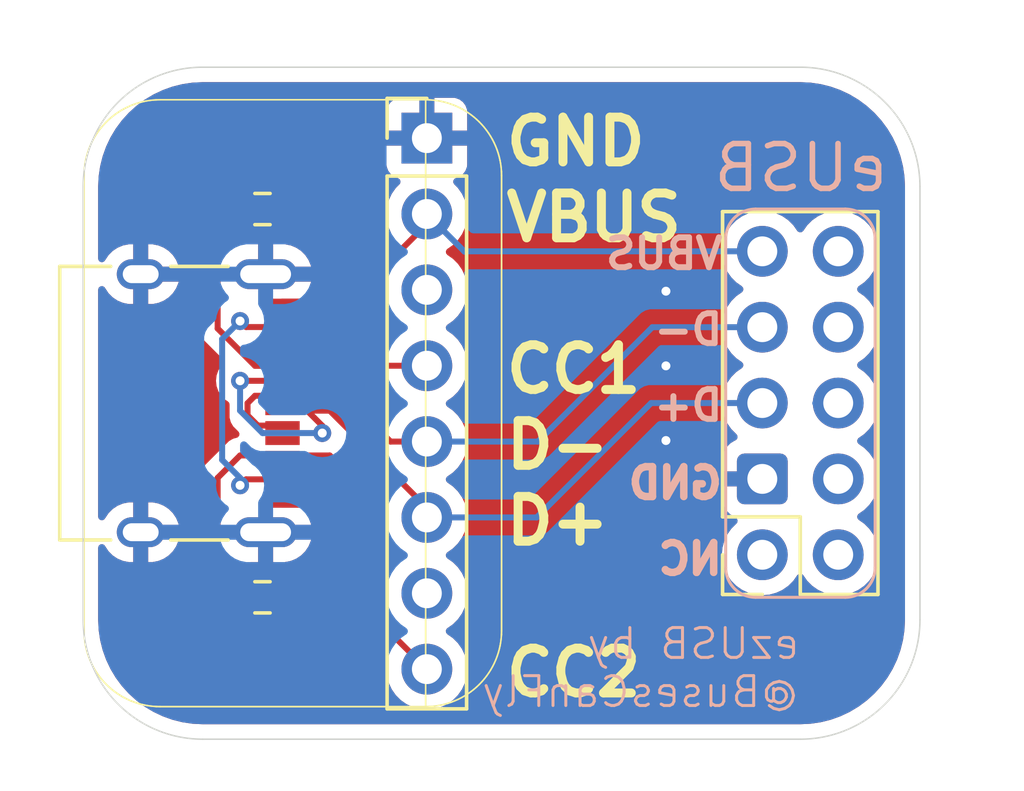
<source format=kicad_pcb>
(kicad_pcb (version 20240108) (generator "pcbnew") (generator_version "8.0")
  (layers (0 "F.Cu" signal) (31 "B.Cu" signal) (34 "B.Paste" user) (35 "F.Paste" user) (36 "B.SilkS" user "B.Silkscreen") (37 "F.SilkS" user "F.Silkscreen") (38 "B.Mask" user) (39 "F.Mask" user) (44 "Edge.Cuts" user))
  (net 0 "")
  (net 1 "GND")
  (net 2 "Vcc")
  (net 4 "D-")
  (net 5 "CC1")
  (net 6 "CC2")
  (net 7 "D+")
  (net 10 "unconnected-(J3-Pin_6-Pad6)")
  (footprint "Connector_PinHeader_2.54mm:PinHeader_1x08_P2.54mm_Vertical" (layer "F.Cu") (at 73 76.625)
    (property "Reference" "J4" (hide yes))
    (property "Value" "Adafruit USB-C Breakout")
    (fp_line (start -1.33 -1.33) (end 0 -1.33) (stroke (width 0.12)) (layer "F.SilkS"))
    (fp_line (start -1.33 0) (end -1.33 -1.33) (stroke (width 0.12)) (layer "F.SilkS"))
    (fp_line (start -1.33 1.27) (end -1.33 19.11) (stroke (width 0.12)) (layer "F.SilkS"))
    (fp_line (start -1.33 1.27) (end 1.33 1.27) (stroke (width 0.12)) (layer "F.SilkS"))
    (fp_line (start -1.33 19.11) (end 1.33 19.11) (stroke (width 0.12)) (layer "F.SilkS"))
    (fp_line (start 1.33 1.27) (end 1.33 19.11) (stroke (width 0.12)) (layer "F.SilkS"))
    (pad "1" thru_hole rect (at 0 0) (size 1.7 1.7) (drill 1) (layers "*.Cu" "*.Mask") (net 1 "GND"))
    (pad "2" thru_hole oval (at 0 2.54) (size 1.7 1.7) (drill 1) (layers "*.Cu" "*.Mask") (net 2 "Vcc"))
    (pad "3" thru_hole oval (at 0 5.08) (size 1.7 1.7) (drill 1) (layers "*.Cu" "*.Mask"))
    (pad "4" thru_hole oval (at 0 7.62) (size 1.7 1.7) (drill 1) (layers "*.Cu" "*.Mask") (net 5 "CC1"))
    (pad "5" thru_hole oval (at 0 10.16) (size 1.7 1.7) (drill 1) (layers "*.Cu" "*.Mask") (net 4 "D-"))
    (pad "6" thru_hole oval (at 0 12.7) (size 1.7 1.7) (drill 1) (layers "*.Cu" "*.Mask") (net 7 "D+"))
    (pad "7" thru_hole oval (at 0 15.24) (size 1.7 1.7) (drill 1) (layers "*.Cu" "*.Mask"))
    (pad "8" thru_hole oval (at 0 17.78) (size 1.7 1.7) (drill 1) (layers "*.Cu" "*.Mask") (net 6 "CC2"))
  )
  (footprint "Resistor_SMD:R_0603_1608Metric_Pad0.98x0.95mm_HandSolder" (layer "F.Cu") (at 67.5 92)
    (property "Reference" "R2" (hide yes))
    (property "Value" "5.11k")
    (fp_line (start -0.254724 -0.5225) (end 0.254724 -0.5225) (stroke (width 0.12)) (layer "F.SilkS"))
    (fp_line (start -0.254724 0.5225) (end 0.254724 0.5225) (stroke (width 0.12)) (layer "F.SilkS"))
    (pad "1" smd roundrect (at -0.9125 0) (size 0.975 0.95) (layers "F.Cu" "F.Paste" "F.Mask") (net 6 "CC2"))
    (pad "2" smd roundrect (at 0.9125 0) (size 0.975 0.95) (layers "F.Cu" "F.Paste" "F.Mask") (net 1 "GND"))
  )
  (footprint "Connector_USB:USB_C_Receptacle_XKB_U262-16XN-4BVC11" (layer "F.Cu") (at 64.5 85.5 -90)
    (property "Reference" "J2" (hide yes))
    (property "Value" "USB_C_Receptacle_USB2.0_16P")
    (fp_line (start -4.58 3.785) (end -4.58 2.08) (stroke (width 0.12)) (layer "F.SilkS"))
    (fp_line (start 4.58 3.785) (end -4.58 3.785) (stroke (width 0.12)) (layer "F.SilkS"))
    (fp_line (start 4.58 2.08) (end 4.58 3.785) (stroke (width 0.12)) (layer "F.SilkS"))
    (fp_line (start 4.58 0.07) (end 4.58 -1.85) (stroke (width 0.12)) (layer "F.SilkS"))
    (fp_line (start -4.58 -1.85) (end -4.58 0.07) (stroke (width 0.12)) (layer "F.SilkS"))
    (pad "A1" smd rect (at -3.35 -3.67 270) (size 0.3 1.15) (layers "F.Cu" "F.Paste" "F.Mask") (net 1 "GND"))
    (pad "A4" smd rect (at -2.55 -3.67 270) (size 0.3 1.15) (layers "F.Cu" "F.Paste" "F.Mask") (net 2 "Vcc"))
    (pad "A5" smd rect (at -1.25 -3.67 270) (size 0.3 1.15) (layers "F.Cu" "F.Paste" "F.Mask") (net 5 "CC1"))
    (pad "A6" smd rect (at -0.25 -3.67 270) (size 0.3 1.15) (layers "F.Cu" "F.Paste" "F.Mask") (net 4 "D-"))
    (pad "A7" smd rect (at 0.25 -3.67 270) (size 0.3 1.15) (layers "F.Cu" "F.Paste" "F.Mask") (net 7 "D+"))
    (pad "A8" smd rect (at 1.25 -3.67 270) (size 0.3 1.15) (layers "F.Cu" "F.Paste" "F.Mask"))
    (pad "A9" smd rect (at 2.55 -3.67 270) (size 0.3 1.15) (layers "F.Cu" "F.Paste" "F.Mask") (net 2 "Vcc"))
    (pad "A12" smd rect (at 3.35 -3.67 270) (size 0.3 1.15) (layers "F.Cu" "F.Paste" "F.Mask") (net 1 "GND"))
    (pad "B1" smd rect (at 3.05 -3.67 270) (size 0.3 1.15) (layers "F.Cu" "F.Paste" "F.Mask") (net 1 "GND"))
    (pad "B4" smd rect (at 2.25 -3.67 270) (size 0.3 1.15) (layers "F.Cu" "F.Paste" "F.Mask") (net 2 "Vcc"))
    (pad "B5" smd rect (at 1.75 -3.67 270) (size 0.3 1.15) (layers "F.Cu" "F.Paste" "F.Mask") (net 6 "CC2"))
    (pad "B6" smd rect (at 0.75 -3.67 270) (size 0.3 1.15) (layers "F.Cu" "F.Paste" "F.Mask") (net 4 "D-"))
    (pad "B7" smd rect (at -0.75 -3.67 270) (size 0.3 1.15) (layers "F.Cu" "F.Paste" "F.Mask") (net 7 "D+"))
    (pad "B8" smd rect (at -1.75 -3.67 270) (size 0.3 1.15) (layers "F.Cu" "F.Paste" "F.Mask"))
    (pad "B9" smd rect (at -2.25 -3.67 270) (size 0.3 1.15) (layers "F.Cu" "F.Paste" "F.Mask") (net 2 "Vcc"))
    (pad "B12" smd rect (at -3.05 -3.67 270) (size 0.3 1.15) (layers "F.Cu" "F.Paste" "F.Mask") (net 1 "GND"))
    (pad "S1" thru_hole oval (at -4.32 -3.105 270) (size 1 2.1) (drill oval 0.6 1.7) (layers "*.Cu" "*.Mask") (net 1 "GND"))
    (pad "S1" thru_hole oval (at -4.32 1.075 270) (size 1 1.6) (drill oval 0.6 1.2) (layers "*.Cu" "*.Mask") (net 1 "GND"))
    (pad "S1" thru_hole oval (at 4.32 -3.105 270) (size 1 2.1) (drill oval 0.6 1.7) (layers "*.Cu" "*.Mask") (net 1 "GND"))
    (pad "S1" thru_hole oval (at 4.32 1.075 270) (size 1 1.6) (drill oval 0.6 1.2) (layers "*.Cu" "*.Mask") (net 1 "GND"))
  )
  (footprint "Resistor_SMD:R_0603_1608Metric_Pad0.98x0.95mm_HandSolder" (layer "F.Cu") (at 67.5 79)
    (property "Reference" "R1" (hide yes))
    (property "Value" "5.11k")
    (fp_line (start -0.254724 -0.5225) (end 0.254724 -0.5225) (stroke (width 0.12)) (layer "F.SilkS"))
    (fp_line (start -0.254724 0.5225) (end 0.254724 0.5225) (stroke (width 0.12)) (layer "F.SilkS"))
    (pad "1" smd roundrect (at -0.9125 0) (size 0.975 0.95) (layers "F.Cu" "F.Paste" "F.Mask") (net 5 "CC1"))
    (pad "2" smd roundrect (at 0.9125 0) (size 0.975 0.95) (layers "F.Cu" "F.Paste" "F.Mask") (net 1 "GND"))
  )
  (footprint "Connector_PinHeader_2.54mm:PinHeader_2x05_P2.54mm_Vertical" (layer "F.Cu") (at 84.225 80.415)
    (property "Reference" "J3" (hide yes))
    (property "Value" "eUSB_Legacy_5V")
    (fp_line (start -1.33 -1.33) (end 3.87 -1.33) (stroke (width 0.12)) (layer "F.SilkS"))
    (fp_line (start -1.33 8.89) (end -1.33 -1.33) (stroke (width 0.12)) (layer "F.SilkS"))
    (fp_line (start -1.33 8.89) (end 1.27 8.89) (stroke (width 0.12)) (layer "F.SilkS"))
    (fp_line (start -1.33 10.16) (end -1.33 11.49) (stroke (width 0.12)) (layer "F.SilkS"))
    (fp_line (start -1.33 11.49) (end 0 11.49) (stroke (width 0.12)) (layer "F.SilkS"))
    (fp_line (start 1.27 8.89) (end 1.27 11.49) (stroke (width 0.12)) (layer "F.SilkS"))
    (fp_line (start 1.27 11.49) (end 3.87 11.49) (stroke (width 0.12)) (layer "F.SilkS"))
    (fp_line (start 3.87 11.49) (end 3.87 -1.33) (stroke (width 0.12)) (layer "F.SilkS"))
    (pad "1" thru_hole circle (at 0 0) (size 1.7 1.7) (drill 1) (layers "*.Cu" "*.Mask") (net 2 "Vcc"))
    (pad "2" thru_hole oval (at 2.54 0) (size 1.7 1.7) (drill 1) (layers "*.Cu" "*.Mask"))
    (pad "3" thru_hole oval (at 0 2.54) (size 1.7 1.7) (drill 1) (layers "*.Cu" "*.Mask") (net 4 "D-"))
    (pad "4" thru_hole oval (at 2.54 2.54) (size 1.7 1.7) (drill 1) (layers "*.Cu" "*.Mask"))
    (pad "5" thru_hole oval (at 0 5.08) (size 1.7 1.7) (drill 1) (layers "*.Cu" "*.Mask") (net 7 "D+"))
    (pad "6" thru_hole oval (at 2.54 5.08) (size 1.7 1.7) (drill 1) (layers "*.Cu" "*.Mask") (net 10 "unconnected-(J3-Pin_6-Pad6)"))
    (pad "7" thru_hole roundrect (at 0 7.62) (size 1.7 1.7) (drill 1) (layers "*.Cu" "*.Mask") (roundrect_rratio 0.1470588235) (net 1 "GND"))
    (pad "8" thru_hole oval (at 2.54 7.62) (size 1.7 1.7) (drill 1) (layers "*.Cu" "*.Mask"))
    (pad "9" thru_hole circle (at 0 10.16) (size 1.7 1.7) (drill 1) (layers "*.Cu" "*.Mask"))
    (pad "10" thru_hole oval (at 2.54 10.16) (size 1.7 1.7) (drill 1) (layers "*.Cu" "*.Mask"))
  )
  (gr_arc (start 87 79) (mid 87.707107 79.292893) (end 88 80) (stroke (width 0.1)) (layer "B.SilkS"))
  (gr_line (start 84 79) (end 87 79) (stroke (width 0.1)) (layer "B.SilkS"))
  (gr_arc (start 88 91) (mid 87.707107 91.707107) (end 87 92) (stroke (width 0.1)) (layer "B.SilkS"))
  (gr_line (start 88 80) (end 88 91) (stroke (width 0.1)) (layer "B.SilkS"))
  (gr_arc (start 84 92) (mid 83.292893 91.707107) (end 83 91) (stroke (width 0.1)) (layer "B.SilkS"))
  (gr_line (start 83 91) (end 83 80) (stroke (width 0.1)) (layer "B.SilkS"))
  (gr_line (start 87 92) (end 84 92) (stroke (width 0.1)) (layer "B.SilkS"))
  (gr_arc (start 83 80) (mid 83.292893 79.292893) (end 84 79) (stroke (width 0.1)) (layer "B.SilkS"))
  (gr_line (start 63.818953 95.64757) (end 63.94405 95.656877) (stroke (width 0.049999) (color 200 163 57 1)) (layer "F.SilkS"))
  (gr_line (start 73.346817 75.369266) (end 73.2197 75.353113) (stroke (width 0.049999) (color 200 163 57 1)) (layer "F.SilkS"))
  (gr_line (start 73.579126 95.583395) (end 73.698721 95.550207) (stroke (width 0.049999) (color 200 163 57 1)) (layer "F.SilkS"))
  (gr_line (start 61.533306 77.749291) (end 61.530001 77.879999) (stroke (width 0.049999) (color 200 163 57 1)) (layer "F.SilkS"))
  (gr_line (start 62.460256 95.084779) (end 62.558855 95.16159) (stroke (width 0.049999) (color 200 163 57 1)) (layer "F.SilkS"))
  (gr_line (start 73.085951 95.656877) (end 73.211048 95.64757) (stroke (width 0.049999) (color 200 163 57 1)) (layer "F.SilkS"))
  (gr_line (start 61.579257 93.617843) (end 61.606605 93.739125) (stroke (width 0.049999) (color 200 163 57 1)) (layer "F.SilkS"))
  (gr_line (start 61.956751 94.529192) (end 62.02841 94.631145) (stroke (width 0.049999) (color 200 163 57 1)) (layer "F.SilkS"))
  (gr_line (start 74.380138 75.773792) (end 74.277082 75.707724) (stroke (width 0.049999) (color 200 163 57 1)) (layer "F.SilkS"))
  (gr_line (start 74.569745 95.084779) (end 74.664783 95.002904) (stroke (width 0.049999) (color 200 163 57 1)) (layer "F.SilkS"))
  (gr_line (start 62.362163 75.999845) (end 62.27395 76.083948) (stroke (width 0.049999) (color 200 163 57 1)) (layer "F.SilkS"))
  (gr_line (start 61.543115 77.620298) (end 61.533306 77.749291) (stroke (width 0.049999) (color 200 163 57 1)) (layer "F.SilkS"))
  (gr_line (start 62.27395 76.083948) (end 62.189847 76.172161) (stroke (width 0.049999) (color 200 163 57 1)) (layer "F.SilkS"))
  (gr_line (start 75.448396 77.368101) (end 75.420034 77.245214) (stroke (width 0.049999) (color 200 163 57 1)) (layer "F.SilkS"))
  (gr_line (start 61.836566 76.669284) (end 61.780473 76.778804) (stroke (width 0.049999) (color 200 163 57 1)) (layer "F.SilkS"))
  (gr_line (start 74.061194 75.590471) (end 73.948682 75.539605) (stroke (width 0.049999) (color 200 163 57 1)) (layer "F.SilkS"))
  (gr_line (start 75.487571 93.371047) (end 75.496878 93.245951) (stroke (width 0.049999) (color 200 163 57 1)) (layer "F.SilkS"))
  (gr_line (start 62.859286 75.646564) (end 62.752919 75.707724) (stroke (width 0.049999) (color 200 163 57 1)) (layer "F.SilkS"))
  (gr_line (start 75.300394 76.891317) (end 75.249528 76.778804) (stroke (width 0.049999) (color 200 163 57 1)) (layer "F.SilkS"))
  (gr_line (start 62.02841 94.631145) (end 62.105221 94.729744) (stroke (width 0.049999) (color 200 163 57 1)) (layer "F.SilkS"))
  (gr_line (start 61.530001 93.119999) (end 61.530001 77.880001) (stroke (width 0.049999) (color 200 163 57 1)) (layer "F.SilkS"))
  (gr_line (start 63.21358 95.511264) (end 63.33128 95.550207) (stroke (width 0.049999) (color 200 163 57 1)) (layer "F.SilkS"))
  (gr_line (start 62.105221 94.729744) (end 62.187096 94.824782) (stroke (width 0.049999) (color 200 163 57 1)) (layer "F.SilkS"))
  (gr_line (start 75.066207 76.459861) (end 74.995391 76.360277) (stroke (width 0.049999) (color 200 163 57 1)) (layer "F.SilkS"))
  (gr_line (start 75.066207 76.459861) (end 74.995391 76.360277) (stroke (width 0.049999) (color 200 163 57 1)) (layer "F.SilkS"))
  (gr_line (start 63.683184 75.369268) (end 63.558102 75.391605) (stroke (width 0.049999) (color 200 163 57 1)) (layer "F.SilkS"))
  (gr_line (start 75.25646 94.205298) (end 75.306654 94.092015) (stroke (width 0.049999) (color 200 163 57 1)) (layer "F.SilkS"))
  (gr_line (start 62.110014 76.264323) (end 62.034609 76.360277) (stroke (width 0.049999) (color 200 163 57 1)) (layer "F.SilkS"))
  (gr_line (start 74.664783 95.002904) (end 74.756051 94.91605) (stroke (width 0.049999) (color 200 163 57 1)) (layer "F.SilkS"))
  (gr_line (start 64.070001 75.340002) (end 72.96 75.340002) (stroke (width 0.049999) (color 200 163 57 1)) (layer "F.SilkS"))
  (gr_line (start 74.264096 95.299672) (end 74.369193 95.233249) (stroke (width 0.049999) (color 200 163 57 1)) (layer "F.SilkS"))
  (gr_line (start 61.729607 76.891316) (end 61.684128 77.006662) (stroke (width 0.049999) (color 200 163 57 1)) (layer "F.SilkS"))
  (gr_line (start 73.211048 95.64757) (end 73.335081 95.632163) (stroke (width 0.049999) (color 200 163 57 1)) (layer "F.SilkS"))
  (gr_line (start 73.948682 75.539605) (end 73.833337 75.494126) (stroke (width 0.049999) (color 200 163 57 1)) (layer "F.SilkS"))
  (gr_line (start 75.486886 77.6203) (end 75.470733 77.493183) (stroke (width 0.049999) (color 200 163 57 1)) (layer "F.SilkS"))
  (gr_line (start 61.559268 77.493182) (end 61.543115 77.620298) (stroke (width 0.049999) (color 200 163 57 1)) (layer "F.SilkS"))
  (gr_line (start 75.470733 77.493183) (end 75.448396 77.368101) (stroke (width 0.049999) (color 200 163 57 1)) (layer "F.SilkS"))
  (gr_line (start 75.390208 93.85872) (end 75.423396 93.739125) (stroke (width 0.049999) (color 200 163 57 1)) (layer "F.SilkS"))
  (gr_line (start 73.594785 75.419966) (end 73.471898 75.391603) (stroke (width 0.049999) (color 200 163 57 1)) (layer "F.SilkS"))
  (gr_line (start 62.649863 75.773792) (end 62.550279 75.844608) (stroke (width 0.049999) (color 200 163 57 1)) (layer "F.SilkS"))
  (gr_line (start 75.139672 94.424095) (end 75.200771 94.316061) (stroke (width 0.049999) (color 200 163 57 1)) (layer "F.SilkS"))
  (gr_line (start 72.96 95.659999) (end 64.070001 95.659999) (stroke (width 0.049999) (color 200 163 57 1)) (layer "F.SilkS"))
  (gr_line (start 61.579257 93.617843) (end 61.606605 93.739125) (stroke (width 0.049999) (color 200 163 57 1)) (layer "F.SilkS"))
  (gr_line (start 63.572158 95.610743) (end 63.69492 95.632163) (stroke (width 0.049999) (color 200 163 57 1)) (layer "F.SilkS"))
  (gr_line (start 62.187096 94.824782) (end 62.27395 94.91605) (stroke (width 0.049999) (color 200 163 57 1)) (layer "F.SilkS"))
  (gr_line (start 61.543115 77.620298) (end 61.533306 77.749291) (stroke (width 0.049999) (color 200 163 57 1)) (layer "F.SilkS"))
  (gr_line (start 72.96 95.659999) (end 72.96 75.340002) (stroke (width 0.049999) (color 200 163 57 1)) (layer "F.SilkS"))
  (gr_line (start 75.496878 93.245951) (end 75.5 93.119999) (stroke (width 0.049999) (color 200 163 57 1)) (layer "F.SilkS"))
  (gr_line (start 61.77354 94.205298) (end 61.82923 94.316061) (stroke (width 0.049999) (color 200 163 57 1)) (layer "F.SilkS"))
  (gr_line (start 75.385806 77.124681) (end 75.345873 77.006662) (stroke (width 0.049999) (color 200 163 57 1)) (layer "F.SilkS"))
  (gr_line (start 72.96 95.659999) (end 72.96 75.340002) (stroke (width 0.049999) (color 200 163 57 1)) (layer "F.SilkS"))
  (gr_line (start 74.919987 76.264324) (end 74.840153 76.172161) (stroke (width 0.049999) (color 200 163 57 1)) (layer "F.SilkS"))
  (gr_line (start 61.644195 77.12468) (end 61.609967 77.245213) (stroke (width 0.049999) (color 200 163 57 1)) (layer "F.SilkS"))
  (gr_line (start 73.346817 75.369266) (end 73.2197 75.353113) (stroke (width 0.049999) (color 200 163 57 1)) (layer "F.SilkS"))
  (gr_line (start 62.558855 95.16159) (end 62.660808 95.233249) (stroke (width 0.049999) (color 200 163 57 1)) (layer "F.SilkS"))
  (gr_line (start 73.816421 95.511264) (end 73.932016 95.466653) (stroke (width 0.049999) (color 200 163 57 1)) (layer "F.SilkS"))
  (gr_line (start 62.984702 95.41646) (end 63.097985 95.466653) (stroke (width 0.049999) (color 200 163 57 1)) (layer "F.SilkS"))
  (gr_line (start 75.25646 94.205298) (end 75.306654 94.092015) (stroke (width 0.049999) (color 200 163 57 1)) (layer "F.SilkS"))
  (gr_line (start 75.139672 94.424095) (end 75.200771 94.316061) (stroke (width 0.049999) (color 200 163 57 1)) (layer "F.SilkS"))
  (gr_line (start 61.963794 76.459861) (end 61.897726 76.562917) (stroke (width 0.049999) (color 200 163 57 1)) (layer "F.SilkS"))
  (gr_line (start 73.085951 95.656877) (end 73.211048 95.64757) (stroke (width 0.049999) (color 200 163 57 1)) (layer "F.SilkS"))
  (gr_line (start 73.833337 75.494126) (end 73.715318 75.454193) (stroke (width 0.049999) (color 200 163 57 1)) (layer "F.SilkS"))
  (gr_line (start 62.460256 95.084779) (end 62.558855 95.16159) (stroke (width 0.049999) (color 200 163 57 1)) (layer "F.SilkS"))
  (gr_line (start 63.314683 75.454194) (end 63.196664 75.494127) (stroke (width 0.049999) (color 200 163 57 1)) (layer "F.SilkS"))
  (gr_line (start 61.639793 93.85872) (end 61.678736 93.97642) (stroke (width 0.049999) (color 200 163 57 1)) (layer "F.SilkS"))
  (gr_line (start 75.450744 93.617843) (end 75.472164 93.49508) (stroke (width 0.049999) (color 200 163 57 1)) (layer "F.SilkS"))
  (gr_line (start 62.187096 94.824782) (end 62.27395 94.91605) (stroke (width 0.049999) (color 200 163 57 1)) (layer "F.SilkS"))
  (gr_line (start 74.045299 95.41646) (end 74.156062 95.36077) (stroke (width 0.049999) (color 200 163 57 1)) (layer "F.SilkS"))
  (gr_line (start 61.54243 93.371047) (end 61.557837 93.49508) (stroke (width 0.049999) (color 200 163 57 1)) (layer "F.SilkS"))
  (gr_line (start 61.609967 77.245213) (end 61.581605 77.3681) (stroke (width 0.049999) (color 200 163 57 1)) (layer "F.SilkS"))
  (gr_line (start 61.723347 94.092015) (end 61.77354 94.205298) (stroke (width 0.049999) (color 200 163 57 1)) (layer "F.SilkS"))
  (gr_line (start 63.558102 75.391605) (end 63.435216 75.419967) (stroke (width 0.049999) (color 200 163 57 1)) (layer "F.SilkS"))
  (gr_line (start 74.277082 75.707724) (end 74.170714 75.646564) (stroke (width 0.049999) (color 200 163 57 1)) (layer "F.SilkS"))
  (gr_line (start 75.07325 94.529192) (end 75.139672 94.424095) (stroke (width 0.049999) (color 200 163 57 1)) (layer "F.SilkS"))
  (gr_line (start 73.948682 75.539605) (end 73.833337 75.494126) (stroke (width 0.049999) (color 200 163 57 1)) (layer "F.SilkS"))
  (gr_line (start 75.420034 77.245214) (end 75.385806 77.124681) (stroke (width 0.049999) (color 200 163 57 1)) (layer "F.SilkS"))
  (gr_line (start 62.558855 95.16159) (end 62.660808 95.233249) (stroke (width 0.049999) (color 200 163 57 1)) (layer "F.SilkS"))
  (gr_line (start 73.335081 95.632163) (end 73.457843 95.610743) (stroke (width 0.049999) (color 200 163 57 1)) (layer "F.SilkS"))
  (gr_line (start 73.090708 75.343305) (end 72.96 75.34) (stroke (width 0.049999) (color 200 163 57 1)) (layer "F.SilkS"))
  (gr_line (start 63.21358 95.511264) (end 63.33128 95.550207) (stroke (width 0.049999) (color 200 163 57 1)) (layer "F.SilkS"))
  (gr_line (start 62.27395 94.91605) (end 62.365218 95.002904) (stroke (width 0.049999) (color 200 163 57 1)) (layer "F.SilkS"))
  (gr_line (start 61.780473 76.778804) (end 61.729607 76.891316) (stroke (width 0.049999) (color 200 163 57 1)) (layer "F.SilkS"))
  (gr_line (start 73.715318 75.454193) (end 73.594785 75.419966) (stroke (width 0.049999) (color 200 163 57 1)) (layer "F.SilkS"))
  (gr_line (start 75.345873 77.006662) (end 75.300394 76.891317) (stroke (width 0.049999) (color 200 163 57 1)) (layer "F.SilkS"))
  (gr_line (start 63.939293 75.343306) (end 63.810301 75.353115) (stroke (width 0.049999) (color 200 163 57 1)) (layer "F.SilkS"))
  (gr_line (start 75.420034 77.245214) (end 75.385806 77.124681) (stroke (width 0.049999) (color 200 163 57 1)) (layer "F.SilkS"))
  (gr_line (start 63.314683 75.454194) (end 63.196664 75.494127) (stroke (width 0.049999) (color 200 163 57 1)) (layer "F.SilkS"))
  (gr_line (start 74.756051 76.083948) (end 74.667838 75.999845) (stroke (width 0.049999) (color 200 163 57 1)) (layer "F.SilkS"))
  (gr_line (start 74.156062 95.36077) (end 74.264096 95.299672) (stroke (width 0.049999) (color 200 163 57 1)) (layer "F.SilkS"))
  (gr_line (start 74.369193 95.233249) (end 74.471146 95.16159) (stroke (width 0.049999) (color 200 163 57 1)) (layer "F.SilkS"))
  (gr_line (start 73.579126 95.583395) (end 73.698721 95.550207) (stroke (width 0.049999) (color 200 163 57 1)) (layer "F.SilkS"))
  (gr_line (start 63.33128 95.550207) (end 63.450875 95.583395) (stroke (width 0.049999) (color 200 163 57 1)) (layer "F.SilkS"))
  (gr_line (start 73.816421 95.511264) (end 73.932016 95.466653) (stroke (width 0.049999) (color 200 163 57 1)) (layer "F.SilkS"))
  (gr_line (start 63.94405 95.656877) (end 64.070001 95.659999) (stroke (width 0.049999) (color 200 163 57 1)) (layer "F.SilkS"))
  (gr_line (start 62.968806 75.590472) (end 62.859286 75.646564) (stroke (width 0.049999) (color 200 163 57 1)) (layer "F.SilkS"))
  (gr_line (start 61.644195 77.12468) (end 61.609967 77.245213) (stroke (width 0.049999) (color 200 163 57 1)) (layer "F.SilkS"))
  (gr_line (start 61.533123 93.245951) (end 61.54243 93.371047) (stroke (width 0.049999) (color 200 163 57 1)) (layer "F.SilkS"))
  (gr_line (start 61.780473 76.778804) (end 61.729607 76.891316) (stroke (width 0.049999) (color 200 163 57 1)) (layer "F.SilkS"))
  (gr_line (start 75.390208 93.85872) (end 75.423396 93.739125) (stroke (width 0.049999) (color 200 163 57 1)) (layer "F.SilkS"))
  (gr_line (start 62.365218 95.002904) (end 62.460256 95.084779) (stroke (width 0.049999) (color 200 163 57 1)) (layer "F.SilkS"))
  (gr_line (start 63.097985 95.466653) (end 63.21358 95.511264) (stroke (width 0.049999) (color 200 163 57 1)) (layer "F.SilkS"))
  (gr_line (start 73.594785 75.419966) (end 73.471898 75.391603) (stroke (width 0.049999) (color 200 163 57 1)) (layer "F.SilkS"))
  (gr_line (start 74.479722 75.844607) (end 74.380138 75.773792) (stroke (width 0.049999) (color 200 163 57 1)) (layer "F.SilkS"))
  (gr_line (start 74.919987 76.264324) (end 74.840153 76.172161) (stroke (width 0.049999) (color 200 163 57 1)) (layer "F.SilkS"))
  (gr_line (start 75.00159 94.631145) (end 75.07325 94.529192) (stroke (width 0.049999) (color 200 163 57 1)) (layer "F.SilkS"))
  (gr_line (start 75.200771 94.316061) (end 75.25646 94.205298) (stroke (width 0.049999) (color 200 163 57 1)) (layer "F.SilkS"))
  (gr_line (start 61.897726 76.562917) (end 61.836566 76.669284) (stroke (width 0.049999) (color 200 163 57 1)) (layer "F.SilkS"))
  (gr_line (start 62.454326 75.920012) (end 62.362163 75.999845) (stroke (width 0.049999) (color 200 163 57 1)) (layer "F.SilkS"))
  (gr_line (start 62.189847 76.172161) (end 62.110014 76.264323) (stroke (width 0.049999) (color 200 163 57 1)) (layer "F.SilkS"))
  (gr_line (start 62.27395 76.083948) (end 62.189847 76.172161) (stroke (width 0.049999) (color 200 163 57 1)) (layer "F.SilkS"))
  (gr_line (start 62.660808 95.233249) (end 62.765905 95.299671) (stroke (width 0.049999) (color 200 163 57 1)) (layer "F.SilkS"))
  (gr_line (start 62.110014 76.264323) (end 62.034609 76.360277) (stroke (width 0.049999) (color 200 163 57 1)) (layer "F.SilkS"))
  (gr_line (start 74.471146 95.16159) (end 74.569745 95.084779) (stroke (width 0.049999) (color 200 163 57 1)) (layer "F.SilkS"))
  (gr_line (start 75.423396 93.739125) (end 75.450744 93.617843) (stroke (width 0.049999) (color 200 163 57 1)) (layer "F.SilkS"))
  (gr_line (start 63.572158 95.610743) (end 63.69492 95.632163) (stroke (width 0.049999) (color 200 163 57 1)) (layer "F.SilkS"))
  (gr_line (start 61.956751 94.529192) (end 62.02841 94.631145) (stroke (width 0.049999) (color 200 163 57 1)) (layer "F.SilkS"))
  (gr_line (start 75.351265 93.97642) (end 75.390208 93.85872) (stroke (width 0.049999) (color 200 163 57 1)) (layer "F.SilkS"))
  (gr_line (start 61.533306 77.749291) (end 61.530001 77.879999) (stroke (width 0.049999) (color 200 163 57 1)) (layer "F.SilkS"))
  (gr_line (start 75.385806 77.124681) (end 75.345873 77.006662) (stroke (width 0.049999) (color 200 163 57 1)) (layer "F.SilkS"))
  (gr_line (start 73.2197 75.353113) (end 73.090708 75.343305) (stroke (width 0.049999) (color 200 163 57 1)) (layer "F.SilkS"))
  (gr_line (start 62.365218 95.002904) (end 62.460256 95.084779) (stroke (width 0.049999) (color 200 163 57 1)) (layer "F.SilkS"))
  (gr_line (start 73.932016 95.466653) (end 74.045299 95.41646) (stroke (width 0.049999) (color 200 163 57 1)) (layer "F.SilkS"))
  (gr_line (start 61.836566 76.669284) (end 61.780473 76.778804) (stroke (width 0.049999) (color 200 163 57 1)) (layer "F.SilkS"))
  (gr_line (start 64.070001 75.340002) (end 63.939293 75.343306) (stroke (width 0.049999) (color 200 163 57 1)) (layer "F.SilkS"))
  (gr_line (start 62.649863 75.773792) (end 62.550279 75.844608) (stroke (width 0.049999) (color 200 163 57 1)) (layer "F.SilkS"))
  (gr_line (start 75.496695 77.749292) (end 75.486886 77.6203) (stroke (width 0.049999) (color 200 163 57 1)) (layer "F.SilkS"))
  (gr_line (start 74.277082 75.707724) (end 74.170714 75.646564) (stroke (width 0.049999) (color 200 163 57 1)) (layer "F.SilkS"))
  (gr_line (start 61.729607 76.891316) (end 61.684128 77.006662) (stroke (width 0.049999) (color 200 163 57 1)) (layer "F.SilkS"))
  (gr_line (start 63.33128 95.550207) (end 63.450875 95.583395) (stroke (width 0.049999) (color 200 163 57 1)) (layer "F.SilkS"))
  (gr_line (start 75.470733 77.493183) (end 75.448396 77.368101) (stroke (width 0.049999) (color 200 163 57 1)) (layer "F.SilkS"))
  (gr_line (start 61.639793 93.85872) (end 61.678736 93.97642) (stroke (width 0.049999) (color 200 163 57 1)) (layer "F.SilkS"))
  (gr_line (start 75.472164 93.49508) (end 75.487571 93.371047) (stroke (width 0.049999) (color 200 163 57 1)) (layer "F.SilkS"))
  (gr_line (start 62.550279 75.844608) (end 62.454326 75.920012) (stroke (width 0.049999) (color 200 163 57 1)) (layer "F.SilkS"))
  (gr_line (start 62.984702 95.41646) (end 63.097985 95.466653) (stroke (width 0.049999) (color 200 163 57 1)) (layer "F.SilkS"))
  (gr_line (start 63.450875 95.583395) (end 63.572158 95.610743) (stroke (width 0.049999) (color 200 163 57 1)) (layer "F.SilkS"))
  (gr_line (start 75.5 77.880001) (end 75.496695 77.749292) (stroke (width 0.049999) (color 200 163 57 1)) (layer "F.SilkS"))
  (gr_line (start 63.081319 75.539606) (end 62.968806 75.590472) (stroke (width 0.049999) (color 200 163 57 1)) (layer "F.SilkS"))
  (gr_line (start 75.07325 94.529192) (end 75.139672 94.424095) (stroke (width 0.049999) (color 200 163 57 1)) (layer "F.SilkS"))
  (gr_line (start 63.94405 95.656877) (end 64.070001 95.659999) (stroke (width 0.049999) (color 200 163 57 1)) (layer "F.SilkS"))
  (gr_line (start 62.752919 75.707724) (end 62.649863 75.773792) (stroke (width 0.049999) (color 200 163 57 1)) (layer "F.SilkS"))
  (gr_line (start 61.559268 77.493182) (end 61.543115 77.620298) (stroke (width 0.049999) (color 200 163 57 1)) (layer "F.SilkS"))
  (gr_line (start 74.995391 76.360277) (end 74.919987 76.264324) (stroke (width 0.049999) (color 200 163 57 1)) (layer "F.SilkS"))
  (gr_line (start 74.667838 75.999845) (end 74.575675 75.920012) (stroke (width 0.049999) (color 200 163 57 1)) (layer "F.SilkS"))
  (gr_line (start 63.683184 75.369268) (end 63.558102 75.391605) (stroke (width 0.049999) (color 200 163 57 1)) (layer "F.SilkS"))
  (gr_line (start 73.090708 75.343305) (end 72.96 75.34) (stroke (width 0.049999) (color 200 163 57 1)) (layer "F.SilkS"))
  (gr_line (start 63.810301 75.353115) (end 63.683184 75.369268) (stroke (width 0.049999) (color 200 163 57 1)) (layer "F.SilkS"))
  (gr_line (start 62.859286 75.646564) (end 62.752919 75.707724) (stroke (width 0.049999) (color 200 163 57 1)) (layer "F.SilkS"))
  (gr_line (start 63.081319 75.539606) (end 62.968806 75.590472) (stroke (width 0.049999) (color 200 163 57 1)) (layer "F.SilkS"))
  (gr_line (start 63.196664 75.494127) (end 63.081319 75.539606) (stroke (width 0.049999) (color 200 163 57 1)) (layer "F.SilkS"))
  (gr_line (start 73.2197 75.353113) (end 73.090708 75.343305) (stroke (width 0.049999) (color 200 163 57 1)) (layer "F.SilkS"))
  (gr_line (start 63.435216 75.419967) (end 63.314683 75.454194) (stroke (width 0.049999) (color 200 163 57 1)) (layer "F.SilkS"))
  (gr_line (start 62.660808 95.233249) (end 62.765905 95.299671) (stroke (width 0.049999) (color 200 163 57 1)) (layer "F.SilkS"))
  (gr_line (start 63.810301 75.353115) (end 63.683184 75.369268) (stroke (width 0.049999) (color 200 163 57 1)) (layer "F.SilkS"))
  (gr_line (start 75.5 77.880001) (end 75.496695 77.749292) (stroke (width 0.049999) (color 200 163 57 1)) (layer "F.SilkS"))
  (gr_line (start 74.170714 75.646564) (end 74.061194 75.590471) (stroke (width 0.049999) (color 200 163 57 1)) (layer "F.SilkS"))
  (gr_line (start 75.486886 77.6203) (end 75.470733 77.493183) (stroke (width 0.049999) (color 200 163 57 1)) (layer "F.SilkS"))
  (gr_line (start 74.840153 76.172161) (end 74.756051 76.083948) (stroke (width 0.049999) (color 200 163 57 1)) (layer "F.SilkS"))
  (gr_line (start 74.667838 75.999845) (end 74.575675 75.920012) (stroke (width 0.049999) (color 200 163 57 1)) (layer "F.SilkS"))
  (gr_line (start 61.530001 93.119999) (end 61.530001 77.880001) (stroke (width 0.049999) (color 200 163 57 1)) (layer "F.SilkS"))
  (gr_line (start 62.765905 95.299671) (end 62.873939 95.36077) (stroke (width 0.049999) (color 200 163 57 1)) (layer "F.SilkS"))
  (gr_line (start 62.550279 75.844608) (end 62.454326 75.920012) (stroke (width 0.049999) (color 200 163 57 1)) (layer "F.SilkS"))
  (gr_line (start 62.034609 76.360277) (end 61.963794 76.459861) (stroke (width 0.049999) (color 200 163 57 1)) (layer "F.SilkS"))
  (gr_line (start 61.557837 93.49508) (end 61.579257 93.617843) (stroke (width 0.049999) (color 200 163 57 1)) (layer "F.SilkS"))
  (gr_line (start 73.833337 75.494126) (end 73.715318 75.454193) (stroke (width 0.049999) (color 200 163 57 1)) (layer "F.SilkS"))
  (gr_line (start 73.471898 75.391603) (end 73.346817 75.369266) (stroke (width 0.049999) (color 200 163 57 1)) (layer "F.SilkS"))
  (gr_line (start 73.932016 95.466653) (end 74.045299 95.41646) (stroke (width 0.049999) (color 200 163 57 1)) (layer "F.SilkS"))
  (gr_line (start 73.335081 95.632163) (end 73.457843 95.610743) (stroke (width 0.049999) (color 200 163 57 1)) (layer "F.SilkS"))
  (gr_line (start 75.306654 94.092015) (end 75.351265 93.97642) (stroke (width 0.049999) (color 200 163 57 1)) (layer "F.SilkS"))
  (gr_line (start 61.684128 77.006662) (end 61.644195 77.12468) (stroke (width 0.049999) (color 200 163 57 1)) (layer "F.SilkS"))
  (gr_line (start 74.756051 94.91605) (end 74.842905 94.824782) (stroke (width 0.049999) (color 200 163 57 1)) (layer "F.SilkS"))
  (gr_line (start 74.264096 95.299672) (end 74.369193 95.233249) (stroke (width 0.049999) (color 200 163 57 1)) (layer "F.SilkS"))
  (gr_line (start 62.454326 75.920012) (end 62.362163 75.999845) (stroke (width 0.049999) (color 200 163 57 1)) (layer "F.SilkS"))
  (gr_line (start 61.890329 94.424095) (end 61.956751 94.529192) (stroke (width 0.049999) (color 200 163 57 1)) (layer "F.SilkS"))
  (gr_line (start 62.105221 94.729744) (end 62.187096 94.824782) (stroke (width 0.049999) (color 200 163 57 1)) (layer "F.SilkS"))
  (gr_line (start 75.450744 93.617843) (end 75.472164 93.49508) (stroke (width 0.049999) (color 200 163 57 1)) (layer "F.SilkS"))
  (gr_line (start 62.752919 75.707724) (end 62.649863 75.773792) (stroke (width 0.049999) (color 200 163 57 1)) (layer "F.SilkS"))
  (gr_line (start 75.423396 93.739125) (end 75.450744 93.617843) (stroke (width 0.049999) (color 200 163 57 1)) (layer "F.SilkS"))
  (gr_line (start 74.92478 94.729744) (end 75.00159 94.631145) (stroke (width 0.049999) (color 200 163 57 1)) (layer "F.SilkS"))
  (gr_line (start 61.963794 76.459861) (end 61.897726 76.562917) (stroke (width 0.049999) (color 200 163 57 1)) (layer "F.SilkS"))
  (gr_line (start 63.435216 75.419967) (end 63.314683 75.454194) (stroke (width 0.049999) (color 200 163 57 1)) (layer "F.SilkS"))
  (gr_line (start 61.533123 93.245951) (end 61.54243 93.371047) (stroke (width 0.049999) (color 200 163 57 1)) (layer "F.SilkS"))
  (gr_line (start 74.380138 75.773792) (end 74.277082 75.707724) (stroke (width 0.049999) (color 200 163 57 1)) (layer "F.SilkS"))
  (gr_line (start 63.69492 95.632163) (end 63.818953 95.64757) (stroke (width 0.049999) (color 200 163 57 1)) (layer "F.SilkS"))
  (gr_line (start 63.097985 95.466653) (end 63.21358 95.511264) (stroke (width 0.049999) (color 200 163 57 1)) (layer "F.SilkS"))
  (gr_line (start 75.448396 77.368101) (end 75.420034 77.245214) (stroke (width 0.049999) (color 200 163 57 1)) (layer "F.SilkS"))
  (gr_line (start 74.369193 95.233249) (end 74.471146 95.16159) (stroke (width 0.049999) (color 200 163 57 1)) (layer "F.SilkS"))
  (gr_line (start 74.664783 95.002904) (end 74.756051 94.91605) (stroke (width 0.049999) (color 200 163 57 1)) (layer "F.SilkS"))
  (gr_line (start 75.496878 93.245951) (end 75.5 93.119999) (stroke (width 0.049999) (color 200 163 57 1)) (layer "F.SilkS"))
  (gr_line (start 62.765905 95.299671) (end 62.873939 95.36077) (stroke (width 0.049999) (color 200 163 57 1)) (layer "F.SilkS"))
  (gr_line (start 75.300394 76.891317) (end 75.249528 76.778804) (stroke (width 0.049999) (color 200 163 57 1)) (layer "F.SilkS"))
  (gr_line (start 63.69492 95.632163) (end 63.818953 95.64757) (stroke (width 0.049999) (color 200 163 57 1)) (layer "F.SilkS"))
  (gr_line (start 74.569745 95.084779) (end 74.664783 95.002904) (stroke (width 0.049999) (color 200 163 57 1)) (layer "F.SilkS"))
  (gr_line (start 72.96 95.659999) (end 73.085951 95.656877) (stroke (width 0.049999) (color 200 163 57 1)) (layer "F.SilkS"))
  (gr_line (start 75.193435 76.669285) (end 75.132275 76.562917) (stroke (width 0.049999) (color 200 163 57 1)) (layer "F.SilkS"))
  (gr_line (start 74.842905 94.824782) (end 74.92478 94.729744) (stroke (width 0.049999) (color 200 163 57 1)) (layer "F.SilkS"))
  (gr_line (start 61.723347 94.092015) (end 61.77354 94.205298) (stroke (width 0.049999) (color 200 163 57 1)) (layer "F.SilkS"))
  (gr_line (start 74.575675 75.920012) (end 74.479722 75.844607) (stroke (width 0.049999) (color 200 163 57 1)) (layer "F.SilkS"))
  (gr_line (start 73.698721 95.550207) (end 73.816421 95.511264) (stroke (width 0.049999) (color 200 163 57 1)) (layer "F.SilkS"))
  (gr_line (start 61.890329 94.424095) (end 61.956751 94.529192) (stroke (width 0.049999) (color 200 163 57 1)) (layer "F.SilkS"))
  (gr_line (start 75.200771 94.316061) (end 75.25646 94.205298) (stroke (width 0.049999) (color 200 163 57 1)) (layer "F.SilkS"))
  (gr_line (start 75.5 77.880001) (end 75.5 93.119999) (stroke (width 0.049999) (color 200 163 57 1)) (layer "F.SilkS"))
  (gr_line (start 73.471898 75.391603) (end 73.346817 75.369266) (stroke (width 0.049999) (color 200 163 57 1)) (layer "F.SilkS"))
  (gr_line (start 61.77354 94.205298) (end 61.82923 94.316061) (stroke (width 0.049999) (color 200 163 57 1)) (layer "F.SilkS"))
  (gr_line (start 75.00159 94.631145) (end 75.07325 94.529192) (stroke (width 0.049999) (color 200 163 57 1)) (layer "F.SilkS"))
  (gr_line (start 74.92478 94.729744) (end 75.00159 94.631145) (stroke (width 0.049999) (color 200 163 57 1)) (layer "F.SilkS"))
  (gr_line (start 73.715318 75.454193) (end 73.594785 75.419966) (stroke (width 0.049999) (color 200 163 57 1)) (layer "F.SilkS"))
  (gr_line (start 64.070001 75.340002) (end 72.96 75.340002) (stroke (width 0.049999) (color 200 163 57 1)) (layer "F.SilkS"))
  (gr_line (start 75.496695 77.749292) (end 75.486886 77.6203) (stroke (width 0.049999) (color 200 163 57 1)) (layer "F.SilkS"))
  (gr_line (start 63.196664 75.494127) (end 63.081319 75.539606) (stroke (width 0.049999) (color 200 163 57 1)) (layer "F.SilkS"))
  (gr_line (start 61.684128 77.006662) (end 61.644195 77.12468) (stroke (width 0.049999) (color 200 163 57 1)) (layer "F.SilkS"))
  (gr_line (start 61.581605 77.3681) (end 61.559268 77.493182) (stroke (width 0.049999) (color 200 163 57 1)) (layer "F.SilkS"))
  (gr_line (start 74.045299 95.41646) (end 74.156062 95.36077) (stroke (width 0.049999) (color 200 163 57 1)) (layer "F.SilkS"))
  (gr_line (start 62.873939 95.36077) (end 62.984702 95.41646) (stroke (width 0.049999) (color 200 163 57 1)) (layer "F.SilkS"))
  (gr_line (start 73.211048 95.64757) (end 73.335081 95.632163) (stroke (width 0.049999) (color 200 163 57 1)) (layer "F.SilkS"))
  (gr_line (start 62.02841 94.631145) (end 62.105221 94.729744) (stroke (width 0.049999) (color 200 163 57 1)) (layer "F.SilkS"))
  (gr_line (start 73.457843 95.610743) (end 73.579126 95.583395) (stroke (width 0.049999) (color 200 163 57 1)) (layer "F.SilkS"))
  (gr_line (start 75.132275 76.562917) (end 75.066207 76.459861) (stroke (width 0.049999) (color 200 163 57 1)) (layer "F.SilkS"))
  (gr_line (start 61.609967 77.245213) (end 61.581605 77.3681) (stroke (width 0.049999) (color 200 163 57 1)) (layer "F.SilkS"))
  (gr_line (start 61.678736 93.97642) (end 61.723347 94.092015) (stroke (width 0.049999) (color 200 163 57 1)) (layer "F.SilkS"))
  (gr_line (start 61.606605 93.739125) (end 61.639793 93.85872) (stroke (width 0.049999) (color 200 163 57 1)) (layer "F.SilkS"))
  (gr_line (start 75.193435 76.669285) (end 75.132275 76.562917) (stroke (width 0.049999) (color 200 163 57 1)) (layer "F.SilkS"))
  (gr_line (start 61.678736 93.97642) (end 61.723347 94.092015) (stroke (width 0.049999) (color 200 163 57 1)) (layer "F.SilkS"))
  (gr_line (start 74.756051 76.083948) (end 74.667838 75.999845) (stroke (width 0.049999) (color 200 163 57 1)) (layer "F.SilkS"))
  (gr_line (start 72.96 95.659999) (end 64.070001 95.659999) (stroke (width 0.049999) (color 200 163 57 1)) (layer "F.SilkS"))
  (gr_line (start 61.530001 93.119999) (end 61.533123 93.245951) (stroke (width 0.049999) (color 200 163 57 1)) (layer "F.SilkS"))
  (gr_line (start 61.82923 94.316061) (end 61.890329 94.424095) (stroke (width 0.049999) (color 200 163 57 1)) (layer "F.SilkS"))
  (gr_line (start 61.581605 77.3681) (end 61.559268 77.493182) (stroke (width 0.049999) (color 200 163 57 1)) (layer "F.SilkS"))
  (gr_line (start 74.170714 75.646564) (end 74.061194 75.590471) (stroke (width 0.049999) (color 200 163 57 1)) (layer "F.SilkS"))
  (gr_line (start 62.968806 75.590472) (end 62.859286 75.646564) (stroke (width 0.049999) (color 200 163 57 1)) (layer "F.SilkS"))
  (gr_line (start 62.362163 75.999845) (end 62.27395 76.083948) (stroke (width 0.049999) (color 200 163 57 1)) (layer "F.SilkS"))
  (gr_line (start 72.96 95.659999) (end 73.085951 95.656877) (stroke (width 0.049999) (color 200 163 57 1)) (layer "F.SilkS"))
  (gr_line (start 61.557837 93.49508) (end 61.579257 93.617843) (stroke (width 0.049999) (color 200 163 57 1)) (layer "F.SilkS"))
  (gr_line (start 74.842905 94.824782) (end 74.92478 94.729744) (stroke (width 0.049999) (color 200 163 57 1)) (layer "F.SilkS"))
  (gr_line (start 75.132275 76.562917) (end 75.066207 76.459861) (stroke (width 0.049999) (color 200 163 57 1)) (layer "F.SilkS"))
  (gr_line (start 73.457843 95.610743) (end 73.579126 95.583395) (stroke (width 0.049999) (color 200 163 57 1)) (layer "F.SilkS"))
  (gr_line (start 62.27395 94.91605) (end 62.365218 95.002904) (stroke (width 0.049999) (color 200 163 57 1)) (layer "F.SilkS"))
  (gr_line (start 75.5 77.880001) (end 75.5 93.119999) (stroke (width 0.049999) (color 200 163 57 1)) (layer "F.SilkS"))
  (gr_line (start 74.995391 76.360277) (end 74.919987 76.264324) (stroke (width 0.049999) (color 200 163 57 1)) (layer "F.SilkS"))
  (gr_line (start 74.471146 95.16159) (end 74.569745 95.084779) (stroke (width 0.049999) (color 200 163 57 1)) (layer "F.SilkS"))
  (gr_line (start 75.345873 77.006662) (end 75.300394 76.891317) (stroke (width 0.049999) (color 200 163 57 1)) (layer "F.SilkS"))
  (gr_line (start 74.575675 75.920012) (end 74.479722 75.844607) (stroke (width 0.049999) (color 200 163 57 1)) (layer "F.SilkS"))
  (gr_line (start 75.472164 93.49508) (end 75.487571 93.371047) (stroke (width 0.049999) (color 200 163 57 1)) (layer "F.SilkS"))
  (gr_line (start 63.818953 95.64757) (end 63.94405 95.656877) (stroke (width 0.049999) (color 200 163 57 1)) (layer "F.SilkS"))
  (gr_line (start 63.450875 95.583395) (end 63.572158 95.610743) (stroke (width 0.049999) (color 200 163 57 1)) (layer "F.SilkS"))
  (gr_line (start 61.606605 93.739125) (end 61.639793 93.85872) (stroke (width 0.049999) (color 200 163 57 1)) (layer "F.SilkS"))
  (gr_line (start 75.487571 93.371047) (end 75.496878 93.245951) (stroke (width 0.049999) (color 200 163 57 1)) (layer "F.SilkS"))
  (gr_line (start 62.189847 76.172161) (end 62.110014 76.264323) (stroke (width 0.049999) (color 200 163 57 1)) (layer "F.SilkS"))
  (gr_line (start 62.034609 76.360277) (end 61.963794 76.459861) (stroke (width 0.049999) (color 200 163 57 1)) (layer "F.SilkS"))
  (gr_line (start 74.479722 75.844607) (end 74.380138 75.773792) (stroke (width 0.049999) (color 200 163 57 1)) (layer "F.SilkS"))
  (gr_line (start 63.939293 75.343306) (end 63.810301 75.353115) (stroke (width 0.049999) (color 200 163 57 1)) (layer "F.SilkS"))
  (gr_line (start 62.873939 95.36077) (end 62.984702 95.41646) (stroke (width 0.049999) (color 200 163 57 1)) (layer "F.SilkS"))
  (gr_line (start 75.351265 93.97642) (end 75.390208 93.85872) (stroke (width 0.049999) (color 200 163 57 1)) (layer "F.SilkS"))
  (gr_line (start 74.156062 95.36077) (end 74.264096 95.299672) (stroke (width 0.049999) (color 200 163 57 1)) (layer "F.SilkS"))
  (gr_line (start 61.54243 93.371047) (end 61.557837 93.49508) (stroke (width 0.049999) (color 200 163 57 1)) (layer "F.SilkS"))
  (gr_line (start 61.897726 76.562917) (end 61.836566 76.669284) (stroke (width 0.049999) (color 200 163 57 1)) (layer "F.SilkS"))
  (gr_line (start 74.756051 94.91605) (end 74.842905 94.824782) (stroke (width 0.049999) (color 200 163 57 1)) (layer "F.SilkS"))
  (gr_line (start 61.82923 94.316061) (end 61.890329 94.424095) (stroke (width 0.049999) (color 200 163 57 1)) (layer "F.SilkS"))
  (gr_line (start 64.070001 75.340002) (end 63.939293 75.343306) (stroke (width 0.049999) (color 200 163 57 1)) (layer "F.SilkS"))
  (gr_line (start 61.530001 93.119999) (end 61.533123 93.245951) (stroke (width 0.049999) (color 200 163 57 1)) (layer "F.SilkS"))
  (gr_line (start 63.558102 75.391605) (end 63.435216 75.419967) (stroke (width 0.049999) (color 200 163 57 1)) (layer "F.SilkS"))
  (gr_line (start 75.249528 76.778804) (end 75.193435 76.669285) (stroke (width 0.049999) (color 200 163 57 1)) (layer "F.SilkS"))
  (gr_line (start 73.698721 95.550207) (end 73.816421 95.511264) (stroke (width 0.049999) (color 200 163 57 1)) (layer "F.SilkS"))
  (gr_line (start 74.840153 76.172161) (end 74.756051 76.083948) (stroke (width 0.049999) (color 200 163 57 1)) (layer "F.SilkS"))
  (gr_line (start 75.249528 76.778804) (end 75.193435 76.669285) (stroke (width 0.049999) (color 200 163 57 1)) (layer "F.SilkS"))
  (gr_line (start 75.306654 94.092015) (end 75.351265 93.97642) (stroke (width 0.049999) (color 200 163 57 1)) (layer "F.SilkS"))
  (gr_line (start 74.061194 75.590471) (end 73.948682 75.539605) (stroke (width 0.049999) (color 200 163 57 1)) (layer "F.SilkS"))
  (gr_line (start 85.5 96.75) (end 65.5 96.75) (stroke (width 0.05)) (layer "Edge.Cuts"))
  (gr_arc (start 89.5 92.75) (mid 88.328427 95.578427) (end 85.5 96.75) (stroke (width 0.05)) (layer "Edge.Cuts"))
  (gr_line (start 61.5 92.75) (end 61.5 78.25) (stroke (width 0.05)) (layer "Edge.Cuts"))
  (gr_arc (start 61.5 78.25) (mid 62.671573 75.421573) (end 65.5 74.25) (stroke (width 0.05)) (layer "Edge.Cuts"))
  (gr_line (start 65.5 74.25) (end 85.5 74.25) (stroke (width 0.05)) (layer "Edge.Cuts"))
  (gr_line (start 89.5 78.25) (end 89.5 92.75) (stroke (width 0.05)) (layer "Edge.Cuts"))
  (gr_arc (start 85.5 74.25) (mid 88.328427 75.421573) (end 89.5 78.25) (stroke (width 0.05)) (layer "Edge.Cuts"))
  (gr_arc (start 65.5 96.75) (mid 62.671573 95.578427) (end 61.5 92.75) (stroke (width 0.05)) (layer "Edge.Cuts"))
  (gr_text "VBUS" (at 83 81.079 -0) (layer "B.SilkS") (effects (font (size 1 1) (thickness 0.2) (bold yes)) (justify left bottom mirror)))
  (gr_text "NC" (at 83 91.30125 0) (layer "B.SilkS") (effects (font (size 1 1) (thickness 0.25) (bold yes)) (justify left bottom mirror)))
  (gr_text "GND" (at 83 88.76125 -0) (layer "B.SilkS") (effects (font (size 1 1) (thickness 0.25) (bold yes)) (justify left bottom mirror)))
  (gr_text "ezUSB by\n@BusesCanFly" (at 85.525 95.749472 0) (layer "B.SilkS") (effects (font (size 1 1) (thickness 0.1)) (justify left bottom mirror)))
  (gr_text "eUSB\n" (at 88.524107 78.5 0) (layer "B.SilkS") (effects (font (size 1.5 1.5)) (justify left bottom mirror)))
  (gr_text "D-" (at 83 83.619 -0) (layer "B.SilkS") (effects (font (size 1 1) (thickness 0.2) (bold yes)) (justify left bottom mirror)))
  (gr_text "D+\n" (at 83 86.159 -0) (layer "B.SilkS") (effects (font (size 1 1) (thickness 0.2) (bold yes)) (justify left bottom mirror)))
  (gr_text "VBUS" (at 75.5 80.161 0) (layer "F.SilkS") (effects (font (size 1.5 1.5) (thickness 0.3) (bold yes)) (justify left bottom)))
  (gr_text "D-" (at 75.5 87.781 0) (layer "F.SilkS") (effects (font (size 1.5 1.5) (thickness 0.3) (bold yes)) (justify left bottom)))
  (gr_text "GND" (at 75.5 77.621 0) (layer "F.SilkS") (effects (font (size 1.5 1.5) (thickness 0.3) (bold yes)) (justify left bottom)))
  (gr_text "CC1" (at 75.5 85.241 0) (layer "F.SilkS") (effects (font (size 1.5 1.5) (thickness 0.3) (bold yes)) (justify left bottom)))
  (gr_text "CC2" (at 75.5 95.401 0) (layer "F.SilkS") (effects (font (size 1.5 1.5) (thickness 0.3) (bold yes)) (justify left bottom)))
  (gr_text "D+\n" (at 75.5 90.321 0) (layer "F.SilkS") (effects (font (size 1.5 1.5) (thickness 0.3) (bold yes)) (justify left bottom)))
  (via blind (at 81 86.75) (size 0.6) (drill 0.3) (layers "F.Cu" "B.Cu") (net 1))
  (via blind (at 81 84.25) (size 0.6) (drill 0.3) (layers "F.Cu" "B.Cu") (net 1))
  (via blind (at 81 81.75) (size 0.6) (drill 0.3) (layers "F.Cu" "B.Cu") (net 1))
  (segment (start 67.605 81.18) (end 63.425 81.18) (width 0.2) (layer "B.Cu") (net 1))
  (segment (start 63.425 89.82) (end 67.605 89.82) (width 0.2) (layer "B.Cu") (net 1))
  (segment (start 68.17 82.95) (end 66.95 82.95) (width 0.2) (layer "F.Cu") (net 2))
  (segment (start 68.17 87.899998) (end 68.17 88.05) (width 0.2) (layer "F.Cu") (net 2))
  (segment (start 68.17 88.05) (end 68.17 87.75) (width 0.2) (layer "F.Cu") (net 2))
  (segment (start 69.25 83.25) (end 68.17 83.25) (width 0.2) (layer "F.Cu") (net 2))
  (segment (start 66.95 82.95) (end 66.75 82.75) (width 0.2) (layer "F.Cu") (net 2))
  (segment (start 73 79.5) (end 69.25 83.25) (width 0.2) (layer "F.Cu") (net 2))
  (segment (start 66.75 88.25) (end 66.95 88.05) (width 0.2) (layer "F.Cu") (net 2))
  (segment (start 66.95 88.05) (end 68.17 88.05) (width 0.2) (layer "F.Cu") (net 2))
  (segment (start 73 79.165) (end 73 79.5) (width 0.2) (layer "F.Cu") (net 2))
  (via blind (at 66.75 88.25) (size 0.6) (drill 0.3) (layers "F.Cu" "B.Cu") (net 2))
  (via blind (at 66.75 82.75) (size 0.6) (drill 0.3) (layers "F.Cu" "B.Cu") (net 2))
  (segment (start 66.15 87.4) (end 66.15 83.35) (width 0.2) (layer "B.Cu") (net 2))
  (segment (start 66.75 88) (end 66.15 87.4) (width 0.2) (layer "B.Cu") (net 2))
  (segment (start 74.26 80.425) (end 73 79.165) (width 0.2) (layer "B.Cu") (net 2))
  (segment (start 66.15 83.35) (end 66.75 82.75) (width 0.2) (layer "B.Cu") (net 2))
  (segment (start 84.225 80.415) (end 74.27 80.415) (width 0.2) (layer "B.Cu") (net 2))
  (segment (start 74.27 80.415) (end 74.26 80.425) (width 0.2) (layer "B.Cu") (net 2))
  (segment (start 66.75 88.25) (end 66.75 88) (width 0.2) (layer "B.Cu") (net 2))
  (segment (start 67 85.905) (end 67 85.5) (width 0.2) (layer "F.Cu") (net 4))
  (segment (start 67 85.5) (end 67.25 85.25) (width 0.2) (layer "F.Cu") (net 4))
  (segment (start 67.345 86.25) (end 67 85.905) (width 0.2) (layer "F.Cu") (net 4))
  (segment (start 71.785 86.785) (end 70.25 85.25) (width 0.2) (layer "F.Cu") (net 4))
  (segment (start 67.25 85.25) (end 68.17 85.25) (width 0.2) (layer "F.Cu") (net 4))
  (segment (start 70.25 85.25) (end 68.17 85.25) (width 0.2) (layer "F.Cu") (net 4))
  (segment (start 68.17 86.25) (end 67.345 86.25) (width 0.2) (layer "F.Cu") (net 4))
  (segment (start 73 86.785) (end 71.785 86.785) (width 0.2) (layer "F.Cu") (net 4))
  (segment (start 84.225 82.955) (end 80.545 82.955) (width 0.2) (layer "B.Cu") (net 4))
  (segment (start 80.545 82.955) (end 76.715 86.785) (width 0.2) (layer "B.Cu") (net 4))
  (segment (start 76.715 86.785) (end 73 86.785) (width 0.2) (layer "B.Cu") (net 4))
  (segment (start 66 79.5875) (end 66 83) (width 0.2) (layer "F.Cu") (net 5))
  (segment (start 66 83) (end 67.25 84.25) (width 0.2) (layer "F.Cu") (net 5))
  (segment (start 73 84.245) (end 68.175 84.245) (width 0.2) (layer "F.Cu") (net 5))
  (segment (start 67.25 84.25) (end 68.17 84.25) (width 0.2) (layer "F.Cu") (net 5))
  (segment (start 68.175 84.245) (end 68.17 84.25) (width 0.2) (layer "F.Cu") (net 5))
  (segment (start 66.5875 79) (end 66 79.5875) (width 0.2) (layer "F.Cu") (net 5))
  (segment (start 73 94.405) (end 71.5 92.905) (width 0.2) (layer "F.Cu") (net 6))
  (segment (start 66.5875 92) (end 66 91.4125) (width 0.2) (layer "F.Cu") (net 6))
  (segment (start 66 91.4125) (end 66 88) (width 0.2) (layer "F.Cu") (net 6))
  (segment (start 69.75 87.25) (end 68.17 87.25) (width 0.2) (layer "F.Cu") (net 6))
  (segment (start 66.75 87.25) (end 68.17 87.25) (width 0.2) (layer "F.Cu") (net 6))
  (segment (start 71.5 89) (end 69.75 87.25) (width 0.2) (layer "F.Cu") (net 6))
  (segment (start 66 88) (end 66.75 87.25) (width 0.2) (layer "F.Cu") (net 6))
  (segment (start 71.5 92.905) (end 71.5 89) (width 0.2) (layer "F.Cu") (net 6))
  (segment (start 73 89.325) (end 73 89) (width 0.2) (layer "F.Cu") (net 7))
  (segment (start 68.995 85.75) (end 68.17 85.75) (width 0.2) (layer "F.Cu") (net 7))
  (segment (start 68.17 84.75) (end 66.75 84.75) (width 0.2) (layer "F.Cu") (net 7))
  (segment (start 69.75 85.75) (end 68.17 85.75) (width 0.2) (layer "F.Cu") (net 7))
  (segment (start 69.5 86.255) (end 68.995 85.75) (width 0.2) (layer "F.Cu") (net 7))
  (segment (start 69.5 86.5) (end 69.5 86.255) (width 0.2) (layer "F.Cu") (net 7))
  (segment (start 73 89) (end 69.75 85.75) (width 0.2) (layer "F.Cu") (net 7))
  (via blind (at 66.75 84.75) (size 0.6) (drill 0.3) (layers "F.Cu" "B.Cu") (net 7))
  (via blind (at 69.5 86.5) (size 0.6) (drill 0.3) (layers "F.Cu" "B.Cu") (net 7))
  (segment (start 69.5 86.5) (end 67.5 86.5) (width 0.2) (layer "B.Cu") (net 7))
  (segment (start 66.75 85.75) (end 66.75 84.75) (width 0.2) (layer "B.Cu") (net 7))
  (segment (start 84.225 85.495) (end 80.505 85.495) (width 0.2) (layer "B.Cu") (net 7))
  (segment (start 80.505 85.495) (end 76.675 89.325) (width 0.2) (layer "B.Cu") (net 7))
  (segment (start 76.675 89.325) (end 73 89.325) (width 0.2) (layer "B.Cu") (net 7))
  (segment (start 67.5 86.5) (end 66.75 85.75) (width 0.2) (layer "B.Cu") (net 7))
  (segment (start 86 85.505) (end 85.995 85.5) (width 0.2) (layer "B.Cu") (net 10))
  (zone (net 1) (net_name "GND") (layer "F.Cu") (connect_pads (clearance 0.5)) (min_thickness 0.25) (fill yes (thermal_gap 0.5) (thermal_bridge_width 0.5))
    (polygon (pts (xy 59 72) (xy 93 72) (xy 92.5 97.5) (xy 59 98.5)))
  )
  (zone (net 1) (net_name "GND") (layer "B.Cu") (connect_pads (clearance 0.5)) (min_thickness 0.25) (fill yes (thermal_gap 0.5) (thermal_bridge_width 0.5))
    (polygon (pts (xy 59 72) (xy 93 72) (xy 92.5 97.5) (xy 59 98.5)))
  )
)
</source>
